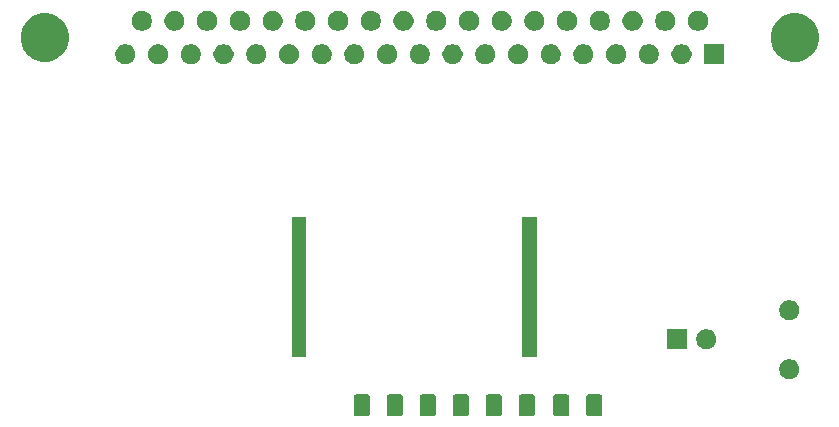
<source format=gbr>
G04 #@! TF.GenerationSoftware,KiCad,Pcbnew,5.1.5-52549c5~84~ubuntu18.04.1*
G04 #@! TF.CreationDate,2020-04-22T17:59:46-07:00*
G04 #@! TF.ProjectId,rom,726f6d2e-6b69-4636-9164-5f7063625858,rev?*
G04 #@! TF.SameCoordinates,Original*
G04 #@! TF.FileFunction,Soldermask,Top*
G04 #@! TF.FilePolarity,Negative*
%FSLAX46Y46*%
G04 Gerber Fmt 4.6, Leading zero omitted, Abs format (unit mm)*
G04 Created by KiCad (PCBNEW 5.1.5-52549c5~84~ubuntu18.04.1) date 2020-04-22 17:59:46*
%MOMM*%
%LPD*%
G04 APERTURE LIST*
%ADD10C,0.100000*%
G04 APERTURE END LIST*
D10*
G36*
X170066604Y-75786347D02*
G01*
X170103144Y-75797432D01*
X170136821Y-75815433D01*
X170166341Y-75839659D01*
X170190567Y-75869179D01*
X170208568Y-75902856D01*
X170219653Y-75939396D01*
X170224000Y-75983538D01*
X170224000Y-77432462D01*
X170219653Y-77476604D01*
X170208568Y-77513144D01*
X170190567Y-77546821D01*
X170166341Y-77576341D01*
X170136821Y-77600567D01*
X170103144Y-77618568D01*
X170066604Y-77629653D01*
X170022462Y-77634000D01*
X169073538Y-77634000D01*
X169029396Y-77629653D01*
X168992856Y-77618568D01*
X168959179Y-77600567D01*
X168929659Y-77576341D01*
X168905433Y-77546821D01*
X168887432Y-77513144D01*
X168876347Y-77476604D01*
X168872000Y-77432462D01*
X168872000Y-75983538D01*
X168876347Y-75939396D01*
X168887432Y-75902856D01*
X168905433Y-75869179D01*
X168929659Y-75839659D01*
X168959179Y-75815433D01*
X168992856Y-75797432D01*
X169029396Y-75786347D01*
X169073538Y-75782000D01*
X170022462Y-75782000D01*
X170066604Y-75786347D01*
G37*
G36*
X167266604Y-75786347D02*
G01*
X167303144Y-75797432D01*
X167336821Y-75815433D01*
X167366341Y-75839659D01*
X167390567Y-75869179D01*
X167408568Y-75902856D01*
X167419653Y-75939396D01*
X167424000Y-75983538D01*
X167424000Y-77432462D01*
X167419653Y-77476604D01*
X167408568Y-77513144D01*
X167390567Y-77546821D01*
X167366341Y-77576341D01*
X167336821Y-77600567D01*
X167303144Y-77618568D01*
X167266604Y-77629653D01*
X167222462Y-77634000D01*
X166273538Y-77634000D01*
X166229396Y-77629653D01*
X166192856Y-77618568D01*
X166159179Y-77600567D01*
X166129659Y-77576341D01*
X166105433Y-77546821D01*
X166087432Y-77513144D01*
X166076347Y-77476604D01*
X166072000Y-77432462D01*
X166072000Y-75983538D01*
X166076347Y-75939396D01*
X166087432Y-75902856D01*
X166105433Y-75869179D01*
X166129659Y-75839659D01*
X166159179Y-75815433D01*
X166192856Y-75797432D01*
X166229396Y-75786347D01*
X166273538Y-75782000D01*
X167222462Y-75782000D01*
X167266604Y-75786347D01*
G37*
G36*
X175778604Y-75786347D02*
G01*
X175815144Y-75797432D01*
X175848821Y-75815433D01*
X175878341Y-75839659D01*
X175902567Y-75869179D01*
X175920568Y-75902856D01*
X175931653Y-75939396D01*
X175936000Y-75983538D01*
X175936000Y-77432462D01*
X175931653Y-77476604D01*
X175920568Y-77513144D01*
X175902567Y-77546821D01*
X175878341Y-77576341D01*
X175848821Y-77600567D01*
X175815144Y-77618568D01*
X175778604Y-77629653D01*
X175734462Y-77634000D01*
X174785538Y-77634000D01*
X174741396Y-77629653D01*
X174704856Y-77618568D01*
X174671179Y-77600567D01*
X174641659Y-77576341D01*
X174617433Y-77546821D01*
X174599432Y-77513144D01*
X174588347Y-77476604D01*
X174584000Y-77432462D01*
X174584000Y-75983538D01*
X174588347Y-75939396D01*
X174599432Y-75902856D01*
X174617433Y-75869179D01*
X174641659Y-75839659D01*
X174671179Y-75815433D01*
X174704856Y-75797432D01*
X174741396Y-75786347D01*
X174785538Y-75782000D01*
X175734462Y-75782000D01*
X175778604Y-75786347D01*
G37*
G36*
X164478604Y-75786347D02*
G01*
X164515144Y-75797432D01*
X164548821Y-75815433D01*
X164578341Y-75839659D01*
X164602567Y-75869179D01*
X164620568Y-75902856D01*
X164631653Y-75939396D01*
X164636000Y-75983538D01*
X164636000Y-77432462D01*
X164631653Y-77476604D01*
X164620568Y-77513144D01*
X164602567Y-77546821D01*
X164578341Y-77576341D01*
X164548821Y-77600567D01*
X164515144Y-77618568D01*
X164478604Y-77629653D01*
X164434462Y-77634000D01*
X163485538Y-77634000D01*
X163441396Y-77629653D01*
X163404856Y-77618568D01*
X163371179Y-77600567D01*
X163341659Y-77576341D01*
X163317433Y-77546821D01*
X163299432Y-77513144D01*
X163288347Y-77476604D01*
X163284000Y-77432462D01*
X163284000Y-75983538D01*
X163288347Y-75939396D01*
X163299432Y-75902856D01*
X163317433Y-75869179D01*
X163341659Y-75839659D01*
X163371179Y-75815433D01*
X163404856Y-75797432D01*
X163441396Y-75786347D01*
X163485538Y-75782000D01*
X164434462Y-75782000D01*
X164478604Y-75786347D01*
G37*
G36*
X161678604Y-75786347D02*
G01*
X161715144Y-75797432D01*
X161748821Y-75815433D01*
X161778341Y-75839659D01*
X161802567Y-75869179D01*
X161820568Y-75902856D01*
X161831653Y-75939396D01*
X161836000Y-75983538D01*
X161836000Y-77432462D01*
X161831653Y-77476604D01*
X161820568Y-77513144D01*
X161802567Y-77546821D01*
X161778341Y-77576341D01*
X161748821Y-77600567D01*
X161715144Y-77618568D01*
X161678604Y-77629653D01*
X161634462Y-77634000D01*
X160685538Y-77634000D01*
X160641396Y-77629653D01*
X160604856Y-77618568D01*
X160571179Y-77600567D01*
X160541659Y-77576341D01*
X160517433Y-77546821D01*
X160499432Y-77513144D01*
X160488347Y-77476604D01*
X160484000Y-77432462D01*
X160484000Y-75983538D01*
X160488347Y-75939396D01*
X160499432Y-75902856D01*
X160517433Y-75869179D01*
X160541659Y-75839659D01*
X160571179Y-75815433D01*
X160604856Y-75797432D01*
X160641396Y-75786347D01*
X160685538Y-75782000D01*
X161634462Y-75782000D01*
X161678604Y-75786347D01*
G37*
G36*
X158890604Y-75786347D02*
G01*
X158927144Y-75797432D01*
X158960821Y-75815433D01*
X158990341Y-75839659D01*
X159014567Y-75869179D01*
X159032568Y-75902856D01*
X159043653Y-75939396D01*
X159048000Y-75983538D01*
X159048000Y-77432462D01*
X159043653Y-77476604D01*
X159032568Y-77513144D01*
X159014567Y-77546821D01*
X158990341Y-77576341D01*
X158960821Y-77600567D01*
X158927144Y-77618568D01*
X158890604Y-77629653D01*
X158846462Y-77634000D01*
X157897538Y-77634000D01*
X157853396Y-77629653D01*
X157816856Y-77618568D01*
X157783179Y-77600567D01*
X157753659Y-77576341D01*
X157729433Y-77546821D01*
X157711432Y-77513144D01*
X157700347Y-77476604D01*
X157696000Y-77432462D01*
X157696000Y-75983538D01*
X157700347Y-75939396D01*
X157711432Y-75902856D01*
X157729433Y-75869179D01*
X157753659Y-75839659D01*
X157783179Y-75815433D01*
X157816856Y-75797432D01*
X157853396Y-75786347D01*
X157897538Y-75782000D01*
X158846462Y-75782000D01*
X158890604Y-75786347D01*
G37*
G36*
X156090604Y-75786347D02*
G01*
X156127144Y-75797432D01*
X156160821Y-75815433D01*
X156190341Y-75839659D01*
X156214567Y-75869179D01*
X156232568Y-75902856D01*
X156243653Y-75939396D01*
X156248000Y-75983538D01*
X156248000Y-77432462D01*
X156243653Y-77476604D01*
X156232568Y-77513144D01*
X156214567Y-77546821D01*
X156190341Y-77576341D01*
X156160821Y-77600567D01*
X156127144Y-77618568D01*
X156090604Y-77629653D01*
X156046462Y-77634000D01*
X155097538Y-77634000D01*
X155053396Y-77629653D01*
X155016856Y-77618568D01*
X154983179Y-77600567D01*
X154953659Y-77576341D01*
X154929433Y-77546821D01*
X154911432Y-77513144D01*
X154900347Y-77476604D01*
X154896000Y-77432462D01*
X154896000Y-75983538D01*
X154900347Y-75939396D01*
X154911432Y-75902856D01*
X154929433Y-75869179D01*
X154953659Y-75839659D01*
X154983179Y-75815433D01*
X155016856Y-75797432D01*
X155053396Y-75786347D01*
X155097538Y-75782000D01*
X156046462Y-75782000D01*
X156090604Y-75786347D01*
G37*
G36*
X172978604Y-75786347D02*
G01*
X173015144Y-75797432D01*
X173048821Y-75815433D01*
X173078341Y-75839659D01*
X173102567Y-75869179D01*
X173120568Y-75902856D01*
X173131653Y-75939396D01*
X173136000Y-75983538D01*
X173136000Y-77432462D01*
X173131653Y-77476604D01*
X173120568Y-77513144D01*
X173102567Y-77546821D01*
X173078341Y-77576341D01*
X173048821Y-77600567D01*
X173015144Y-77618568D01*
X172978604Y-77629653D01*
X172934462Y-77634000D01*
X171985538Y-77634000D01*
X171941396Y-77629653D01*
X171904856Y-77618568D01*
X171871179Y-77600567D01*
X171841659Y-77576341D01*
X171817433Y-77546821D01*
X171799432Y-77513144D01*
X171788347Y-77476604D01*
X171784000Y-77432462D01*
X171784000Y-75983538D01*
X171788347Y-75939396D01*
X171799432Y-75902856D01*
X171817433Y-75869179D01*
X171841659Y-75839659D01*
X171871179Y-75815433D01*
X171904856Y-75797432D01*
X171941396Y-75786347D01*
X171985538Y-75782000D01*
X172934462Y-75782000D01*
X172978604Y-75786347D01*
G37*
G36*
X192018228Y-72841703D02*
G01*
X192173100Y-72905853D01*
X192312481Y-72998985D01*
X192431015Y-73117519D01*
X192524147Y-73256900D01*
X192588297Y-73411772D01*
X192621000Y-73576184D01*
X192621000Y-73743816D01*
X192588297Y-73908228D01*
X192524147Y-74063100D01*
X192431015Y-74202481D01*
X192312481Y-74321015D01*
X192173100Y-74414147D01*
X192018228Y-74478297D01*
X191853816Y-74511000D01*
X191686184Y-74511000D01*
X191521772Y-74478297D01*
X191366900Y-74414147D01*
X191227519Y-74321015D01*
X191108985Y-74202481D01*
X191015853Y-74063100D01*
X190951703Y-73908228D01*
X190919000Y-73743816D01*
X190919000Y-73576184D01*
X190951703Y-73411772D01*
X191015853Y-73256900D01*
X191108985Y-73117519D01*
X191227519Y-72998985D01*
X191366900Y-72905853D01*
X191521772Y-72841703D01*
X191686184Y-72809000D01*
X191853816Y-72809000D01*
X192018228Y-72841703D01*
G37*
G36*
X150871000Y-72601000D02*
G01*
X149669000Y-72601000D01*
X149669000Y-60749000D01*
X150871000Y-60749000D01*
X150871000Y-72601000D01*
G37*
G36*
X170371000Y-72601000D02*
G01*
X169169000Y-72601000D01*
X169169000Y-60749000D01*
X170371000Y-60749000D01*
X170371000Y-72601000D01*
G37*
G36*
X184993228Y-70301703D02*
G01*
X185148100Y-70365853D01*
X185287481Y-70458985D01*
X185406015Y-70577519D01*
X185499147Y-70716900D01*
X185563297Y-70871772D01*
X185596000Y-71036184D01*
X185596000Y-71203816D01*
X185563297Y-71368228D01*
X185499147Y-71523100D01*
X185406015Y-71662481D01*
X185287481Y-71781015D01*
X185148100Y-71874147D01*
X184993228Y-71938297D01*
X184828816Y-71971000D01*
X184661184Y-71971000D01*
X184496772Y-71938297D01*
X184341900Y-71874147D01*
X184202519Y-71781015D01*
X184083985Y-71662481D01*
X183990853Y-71523100D01*
X183926703Y-71368228D01*
X183894000Y-71203816D01*
X183894000Y-71036184D01*
X183926703Y-70871772D01*
X183990853Y-70716900D01*
X184083985Y-70577519D01*
X184202519Y-70458985D01*
X184341900Y-70365853D01*
X184496772Y-70301703D01*
X184661184Y-70269000D01*
X184828816Y-70269000D01*
X184993228Y-70301703D01*
G37*
G36*
X183096000Y-71971000D02*
G01*
X181394000Y-71971000D01*
X181394000Y-70269000D01*
X183096000Y-70269000D01*
X183096000Y-71971000D01*
G37*
G36*
X192018228Y-67841703D02*
G01*
X192173100Y-67905853D01*
X192312481Y-67998985D01*
X192431015Y-68117519D01*
X192524147Y-68256900D01*
X192588297Y-68411772D01*
X192621000Y-68576184D01*
X192621000Y-68743816D01*
X192588297Y-68908228D01*
X192524147Y-69063100D01*
X192431015Y-69202481D01*
X192312481Y-69321015D01*
X192173100Y-69414147D01*
X192018228Y-69478297D01*
X191853816Y-69511000D01*
X191686184Y-69511000D01*
X191521772Y-69478297D01*
X191366900Y-69414147D01*
X191227519Y-69321015D01*
X191108985Y-69202481D01*
X191015853Y-69063100D01*
X190951703Y-68908228D01*
X190919000Y-68743816D01*
X190919000Y-68576184D01*
X190951703Y-68411772D01*
X191015853Y-68256900D01*
X191108985Y-68117519D01*
X191227519Y-67998985D01*
X191366900Y-67905853D01*
X191521772Y-67841703D01*
X191686184Y-67809000D01*
X191853816Y-67809000D01*
X192018228Y-67841703D01*
G37*
G36*
X152428228Y-46171703D02*
G01*
X152583100Y-46235853D01*
X152722481Y-46328985D01*
X152841015Y-46447519D01*
X152934147Y-46586900D01*
X152998297Y-46741772D01*
X153031000Y-46906184D01*
X153031000Y-47073816D01*
X152998297Y-47238228D01*
X152934147Y-47393100D01*
X152841015Y-47532481D01*
X152722481Y-47651015D01*
X152583100Y-47744147D01*
X152428228Y-47808297D01*
X152263816Y-47841000D01*
X152096184Y-47841000D01*
X151931772Y-47808297D01*
X151776900Y-47744147D01*
X151637519Y-47651015D01*
X151518985Y-47532481D01*
X151425853Y-47393100D01*
X151361703Y-47238228D01*
X151329000Y-47073816D01*
X151329000Y-46906184D01*
X151361703Y-46741772D01*
X151425853Y-46586900D01*
X151518985Y-46447519D01*
X151637519Y-46328985D01*
X151776900Y-46235853D01*
X151931772Y-46171703D01*
X152096184Y-46139000D01*
X152263816Y-46139000D01*
X152428228Y-46171703D01*
G37*
G36*
X135808228Y-46171703D02*
G01*
X135963100Y-46235853D01*
X136102481Y-46328985D01*
X136221015Y-46447519D01*
X136314147Y-46586900D01*
X136378297Y-46741772D01*
X136411000Y-46906184D01*
X136411000Y-47073816D01*
X136378297Y-47238228D01*
X136314147Y-47393100D01*
X136221015Y-47532481D01*
X136102481Y-47651015D01*
X135963100Y-47744147D01*
X135808228Y-47808297D01*
X135643816Y-47841000D01*
X135476184Y-47841000D01*
X135311772Y-47808297D01*
X135156900Y-47744147D01*
X135017519Y-47651015D01*
X134898985Y-47532481D01*
X134805853Y-47393100D01*
X134741703Y-47238228D01*
X134709000Y-47073816D01*
X134709000Y-46906184D01*
X134741703Y-46741772D01*
X134805853Y-46586900D01*
X134898985Y-46447519D01*
X135017519Y-46328985D01*
X135156900Y-46235853D01*
X135311772Y-46171703D01*
X135476184Y-46139000D01*
X135643816Y-46139000D01*
X135808228Y-46171703D01*
G37*
G36*
X138578228Y-46171703D02*
G01*
X138733100Y-46235853D01*
X138872481Y-46328985D01*
X138991015Y-46447519D01*
X139084147Y-46586900D01*
X139148297Y-46741772D01*
X139181000Y-46906184D01*
X139181000Y-47073816D01*
X139148297Y-47238228D01*
X139084147Y-47393100D01*
X138991015Y-47532481D01*
X138872481Y-47651015D01*
X138733100Y-47744147D01*
X138578228Y-47808297D01*
X138413816Y-47841000D01*
X138246184Y-47841000D01*
X138081772Y-47808297D01*
X137926900Y-47744147D01*
X137787519Y-47651015D01*
X137668985Y-47532481D01*
X137575853Y-47393100D01*
X137511703Y-47238228D01*
X137479000Y-47073816D01*
X137479000Y-46906184D01*
X137511703Y-46741772D01*
X137575853Y-46586900D01*
X137668985Y-46447519D01*
X137787519Y-46328985D01*
X137926900Y-46235853D01*
X138081772Y-46171703D01*
X138246184Y-46139000D01*
X138413816Y-46139000D01*
X138578228Y-46171703D01*
G37*
G36*
X141348228Y-46171703D02*
G01*
X141503100Y-46235853D01*
X141642481Y-46328985D01*
X141761015Y-46447519D01*
X141854147Y-46586900D01*
X141918297Y-46741772D01*
X141951000Y-46906184D01*
X141951000Y-47073816D01*
X141918297Y-47238228D01*
X141854147Y-47393100D01*
X141761015Y-47532481D01*
X141642481Y-47651015D01*
X141503100Y-47744147D01*
X141348228Y-47808297D01*
X141183816Y-47841000D01*
X141016184Y-47841000D01*
X140851772Y-47808297D01*
X140696900Y-47744147D01*
X140557519Y-47651015D01*
X140438985Y-47532481D01*
X140345853Y-47393100D01*
X140281703Y-47238228D01*
X140249000Y-47073816D01*
X140249000Y-46906184D01*
X140281703Y-46741772D01*
X140345853Y-46586900D01*
X140438985Y-46447519D01*
X140557519Y-46328985D01*
X140696900Y-46235853D01*
X140851772Y-46171703D01*
X141016184Y-46139000D01*
X141183816Y-46139000D01*
X141348228Y-46171703D01*
G37*
G36*
X144118228Y-46171703D02*
G01*
X144273100Y-46235853D01*
X144412481Y-46328985D01*
X144531015Y-46447519D01*
X144624147Y-46586900D01*
X144688297Y-46741772D01*
X144721000Y-46906184D01*
X144721000Y-47073816D01*
X144688297Y-47238228D01*
X144624147Y-47393100D01*
X144531015Y-47532481D01*
X144412481Y-47651015D01*
X144273100Y-47744147D01*
X144118228Y-47808297D01*
X143953816Y-47841000D01*
X143786184Y-47841000D01*
X143621772Y-47808297D01*
X143466900Y-47744147D01*
X143327519Y-47651015D01*
X143208985Y-47532481D01*
X143115853Y-47393100D01*
X143051703Y-47238228D01*
X143019000Y-47073816D01*
X143019000Y-46906184D01*
X143051703Y-46741772D01*
X143115853Y-46586900D01*
X143208985Y-46447519D01*
X143327519Y-46328985D01*
X143466900Y-46235853D01*
X143621772Y-46171703D01*
X143786184Y-46139000D01*
X143953816Y-46139000D01*
X144118228Y-46171703D01*
G37*
G36*
X146888228Y-46171703D02*
G01*
X147043100Y-46235853D01*
X147182481Y-46328985D01*
X147301015Y-46447519D01*
X147394147Y-46586900D01*
X147458297Y-46741772D01*
X147491000Y-46906184D01*
X147491000Y-47073816D01*
X147458297Y-47238228D01*
X147394147Y-47393100D01*
X147301015Y-47532481D01*
X147182481Y-47651015D01*
X147043100Y-47744147D01*
X146888228Y-47808297D01*
X146723816Y-47841000D01*
X146556184Y-47841000D01*
X146391772Y-47808297D01*
X146236900Y-47744147D01*
X146097519Y-47651015D01*
X145978985Y-47532481D01*
X145885853Y-47393100D01*
X145821703Y-47238228D01*
X145789000Y-47073816D01*
X145789000Y-46906184D01*
X145821703Y-46741772D01*
X145885853Y-46586900D01*
X145978985Y-46447519D01*
X146097519Y-46328985D01*
X146236900Y-46235853D01*
X146391772Y-46171703D01*
X146556184Y-46139000D01*
X146723816Y-46139000D01*
X146888228Y-46171703D01*
G37*
G36*
X149658228Y-46171703D02*
G01*
X149813100Y-46235853D01*
X149952481Y-46328985D01*
X150071015Y-46447519D01*
X150164147Y-46586900D01*
X150228297Y-46741772D01*
X150261000Y-46906184D01*
X150261000Y-47073816D01*
X150228297Y-47238228D01*
X150164147Y-47393100D01*
X150071015Y-47532481D01*
X149952481Y-47651015D01*
X149813100Y-47744147D01*
X149658228Y-47808297D01*
X149493816Y-47841000D01*
X149326184Y-47841000D01*
X149161772Y-47808297D01*
X149006900Y-47744147D01*
X148867519Y-47651015D01*
X148748985Y-47532481D01*
X148655853Y-47393100D01*
X148591703Y-47238228D01*
X148559000Y-47073816D01*
X148559000Y-46906184D01*
X148591703Y-46741772D01*
X148655853Y-46586900D01*
X148748985Y-46447519D01*
X148867519Y-46328985D01*
X149006900Y-46235853D01*
X149161772Y-46171703D01*
X149326184Y-46139000D01*
X149493816Y-46139000D01*
X149658228Y-46171703D01*
G37*
G36*
X171818228Y-46171703D02*
G01*
X171973100Y-46235853D01*
X172112481Y-46328985D01*
X172231015Y-46447519D01*
X172324147Y-46586900D01*
X172388297Y-46741772D01*
X172421000Y-46906184D01*
X172421000Y-47073816D01*
X172388297Y-47238228D01*
X172324147Y-47393100D01*
X172231015Y-47532481D01*
X172112481Y-47651015D01*
X171973100Y-47744147D01*
X171818228Y-47808297D01*
X171653816Y-47841000D01*
X171486184Y-47841000D01*
X171321772Y-47808297D01*
X171166900Y-47744147D01*
X171027519Y-47651015D01*
X170908985Y-47532481D01*
X170815853Y-47393100D01*
X170751703Y-47238228D01*
X170719000Y-47073816D01*
X170719000Y-46906184D01*
X170751703Y-46741772D01*
X170815853Y-46586900D01*
X170908985Y-46447519D01*
X171027519Y-46328985D01*
X171166900Y-46235853D01*
X171321772Y-46171703D01*
X171486184Y-46139000D01*
X171653816Y-46139000D01*
X171818228Y-46171703D01*
G37*
G36*
X174588228Y-46171703D02*
G01*
X174743100Y-46235853D01*
X174882481Y-46328985D01*
X175001015Y-46447519D01*
X175094147Y-46586900D01*
X175158297Y-46741772D01*
X175191000Y-46906184D01*
X175191000Y-47073816D01*
X175158297Y-47238228D01*
X175094147Y-47393100D01*
X175001015Y-47532481D01*
X174882481Y-47651015D01*
X174743100Y-47744147D01*
X174588228Y-47808297D01*
X174423816Y-47841000D01*
X174256184Y-47841000D01*
X174091772Y-47808297D01*
X173936900Y-47744147D01*
X173797519Y-47651015D01*
X173678985Y-47532481D01*
X173585853Y-47393100D01*
X173521703Y-47238228D01*
X173489000Y-47073816D01*
X173489000Y-46906184D01*
X173521703Y-46741772D01*
X173585853Y-46586900D01*
X173678985Y-46447519D01*
X173797519Y-46328985D01*
X173936900Y-46235853D01*
X174091772Y-46171703D01*
X174256184Y-46139000D01*
X174423816Y-46139000D01*
X174588228Y-46171703D01*
G37*
G36*
X180128228Y-46171703D02*
G01*
X180283100Y-46235853D01*
X180422481Y-46328985D01*
X180541015Y-46447519D01*
X180634147Y-46586900D01*
X180698297Y-46741772D01*
X180731000Y-46906184D01*
X180731000Y-47073816D01*
X180698297Y-47238228D01*
X180634147Y-47393100D01*
X180541015Y-47532481D01*
X180422481Y-47651015D01*
X180283100Y-47744147D01*
X180128228Y-47808297D01*
X179963816Y-47841000D01*
X179796184Y-47841000D01*
X179631772Y-47808297D01*
X179476900Y-47744147D01*
X179337519Y-47651015D01*
X179218985Y-47532481D01*
X179125853Y-47393100D01*
X179061703Y-47238228D01*
X179029000Y-47073816D01*
X179029000Y-46906184D01*
X179061703Y-46741772D01*
X179125853Y-46586900D01*
X179218985Y-46447519D01*
X179337519Y-46328985D01*
X179476900Y-46235853D01*
X179631772Y-46171703D01*
X179796184Y-46139000D01*
X179963816Y-46139000D01*
X180128228Y-46171703D01*
G37*
G36*
X169048228Y-46171703D02*
G01*
X169203100Y-46235853D01*
X169342481Y-46328985D01*
X169461015Y-46447519D01*
X169554147Y-46586900D01*
X169618297Y-46741772D01*
X169651000Y-46906184D01*
X169651000Y-47073816D01*
X169618297Y-47238228D01*
X169554147Y-47393100D01*
X169461015Y-47532481D01*
X169342481Y-47651015D01*
X169203100Y-47744147D01*
X169048228Y-47808297D01*
X168883816Y-47841000D01*
X168716184Y-47841000D01*
X168551772Y-47808297D01*
X168396900Y-47744147D01*
X168257519Y-47651015D01*
X168138985Y-47532481D01*
X168045853Y-47393100D01*
X167981703Y-47238228D01*
X167949000Y-47073816D01*
X167949000Y-46906184D01*
X167981703Y-46741772D01*
X168045853Y-46586900D01*
X168138985Y-46447519D01*
X168257519Y-46328985D01*
X168396900Y-46235853D01*
X168551772Y-46171703D01*
X168716184Y-46139000D01*
X168883816Y-46139000D01*
X169048228Y-46171703D01*
G37*
G36*
X166278228Y-46171703D02*
G01*
X166433100Y-46235853D01*
X166572481Y-46328985D01*
X166691015Y-46447519D01*
X166784147Y-46586900D01*
X166848297Y-46741772D01*
X166881000Y-46906184D01*
X166881000Y-47073816D01*
X166848297Y-47238228D01*
X166784147Y-47393100D01*
X166691015Y-47532481D01*
X166572481Y-47651015D01*
X166433100Y-47744147D01*
X166278228Y-47808297D01*
X166113816Y-47841000D01*
X165946184Y-47841000D01*
X165781772Y-47808297D01*
X165626900Y-47744147D01*
X165487519Y-47651015D01*
X165368985Y-47532481D01*
X165275853Y-47393100D01*
X165211703Y-47238228D01*
X165179000Y-47073816D01*
X165179000Y-46906184D01*
X165211703Y-46741772D01*
X165275853Y-46586900D01*
X165368985Y-46447519D01*
X165487519Y-46328985D01*
X165626900Y-46235853D01*
X165781772Y-46171703D01*
X165946184Y-46139000D01*
X166113816Y-46139000D01*
X166278228Y-46171703D01*
G37*
G36*
X163508228Y-46171703D02*
G01*
X163663100Y-46235853D01*
X163802481Y-46328985D01*
X163921015Y-46447519D01*
X164014147Y-46586900D01*
X164078297Y-46741772D01*
X164111000Y-46906184D01*
X164111000Y-47073816D01*
X164078297Y-47238228D01*
X164014147Y-47393100D01*
X163921015Y-47532481D01*
X163802481Y-47651015D01*
X163663100Y-47744147D01*
X163508228Y-47808297D01*
X163343816Y-47841000D01*
X163176184Y-47841000D01*
X163011772Y-47808297D01*
X162856900Y-47744147D01*
X162717519Y-47651015D01*
X162598985Y-47532481D01*
X162505853Y-47393100D01*
X162441703Y-47238228D01*
X162409000Y-47073816D01*
X162409000Y-46906184D01*
X162441703Y-46741772D01*
X162505853Y-46586900D01*
X162598985Y-46447519D01*
X162717519Y-46328985D01*
X162856900Y-46235853D01*
X163011772Y-46171703D01*
X163176184Y-46139000D01*
X163343816Y-46139000D01*
X163508228Y-46171703D01*
G37*
G36*
X160738228Y-46171703D02*
G01*
X160893100Y-46235853D01*
X161032481Y-46328985D01*
X161151015Y-46447519D01*
X161244147Y-46586900D01*
X161308297Y-46741772D01*
X161341000Y-46906184D01*
X161341000Y-47073816D01*
X161308297Y-47238228D01*
X161244147Y-47393100D01*
X161151015Y-47532481D01*
X161032481Y-47651015D01*
X160893100Y-47744147D01*
X160738228Y-47808297D01*
X160573816Y-47841000D01*
X160406184Y-47841000D01*
X160241772Y-47808297D01*
X160086900Y-47744147D01*
X159947519Y-47651015D01*
X159828985Y-47532481D01*
X159735853Y-47393100D01*
X159671703Y-47238228D01*
X159639000Y-47073816D01*
X159639000Y-46906184D01*
X159671703Y-46741772D01*
X159735853Y-46586900D01*
X159828985Y-46447519D01*
X159947519Y-46328985D01*
X160086900Y-46235853D01*
X160241772Y-46171703D01*
X160406184Y-46139000D01*
X160573816Y-46139000D01*
X160738228Y-46171703D01*
G37*
G36*
X157968228Y-46171703D02*
G01*
X158123100Y-46235853D01*
X158262481Y-46328985D01*
X158381015Y-46447519D01*
X158474147Y-46586900D01*
X158538297Y-46741772D01*
X158571000Y-46906184D01*
X158571000Y-47073816D01*
X158538297Y-47238228D01*
X158474147Y-47393100D01*
X158381015Y-47532481D01*
X158262481Y-47651015D01*
X158123100Y-47744147D01*
X157968228Y-47808297D01*
X157803816Y-47841000D01*
X157636184Y-47841000D01*
X157471772Y-47808297D01*
X157316900Y-47744147D01*
X157177519Y-47651015D01*
X157058985Y-47532481D01*
X156965853Y-47393100D01*
X156901703Y-47238228D01*
X156869000Y-47073816D01*
X156869000Y-46906184D01*
X156901703Y-46741772D01*
X156965853Y-46586900D01*
X157058985Y-46447519D01*
X157177519Y-46328985D01*
X157316900Y-46235853D01*
X157471772Y-46171703D01*
X157636184Y-46139000D01*
X157803816Y-46139000D01*
X157968228Y-46171703D01*
G37*
G36*
X155198228Y-46171703D02*
G01*
X155353100Y-46235853D01*
X155492481Y-46328985D01*
X155611015Y-46447519D01*
X155704147Y-46586900D01*
X155768297Y-46741772D01*
X155801000Y-46906184D01*
X155801000Y-47073816D01*
X155768297Y-47238228D01*
X155704147Y-47393100D01*
X155611015Y-47532481D01*
X155492481Y-47651015D01*
X155353100Y-47744147D01*
X155198228Y-47808297D01*
X155033816Y-47841000D01*
X154866184Y-47841000D01*
X154701772Y-47808297D01*
X154546900Y-47744147D01*
X154407519Y-47651015D01*
X154288985Y-47532481D01*
X154195853Y-47393100D01*
X154131703Y-47238228D01*
X154099000Y-47073816D01*
X154099000Y-46906184D01*
X154131703Y-46741772D01*
X154195853Y-46586900D01*
X154288985Y-46447519D01*
X154407519Y-46328985D01*
X154546900Y-46235853D01*
X154701772Y-46171703D01*
X154866184Y-46139000D01*
X155033816Y-46139000D01*
X155198228Y-46171703D01*
G37*
G36*
X186271000Y-47841000D02*
G01*
X184569000Y-47841000D01*
X184569000Y-46139000D01*
X186271000Y-46139000D01*
X186271000Y-47841000D01*
G37*
G36*
X182898228Y-46171703D02*
G01*
X183053100Y-46235853D01*
X183192481Y-46328985D01*
X183311015Y-46447519D01*
X183404147Y-46586900D01*
X183468297Y-46741772D01*
X183501000Y-46906184D01*
X183501000Y-47073816D01*
X183468297Y-47238228D01*
X183404147Y-47393100D01*
X183311015Y-47532481D01*
X183192481Y-47651015D01*
X183053100Y-47744147D01*
X182898228Y-47808297D01*
X182733816Y-47841000D01*
X182566184Y-47841000D01*
X182401772Y-47808297D01*
X182246900Y-47744147D01*
X182107519Y-47651015D01*
X181988985Y-47532481D01*
X181895853Y-47393100D01*
X181831703Y-47238228D01*
X181799000Y-47073816D01*
X181799000Y-46906184D01*
X181831703Y-46741772D01*
X181895853Y-46586900D01*
X181988985Y-46447519D01*
X182107519Y-46328985D01*
X182246900Y-46235853D01*
X182401772Y-46171703D01*
X182566184Y-46139000D01*
X182733816Y-46139000D01*
X182898228Y-46171703D01*
G37*
G36*
X177358228Y-46171703D02*
G01*
X177513100Y-46235853D01*
X177652481Y-46328985D01*
X177771015Y-46447519D01*
X177864147Y-46586900D01*
X177928297Y-46741772D01*
X177961000Y-46906184D01*
X177961000Y-47073816D01*
X177928297Y-47238228D01*
X177864147Y-47393100D01*
X177771015Y-47532481D01*
X177652481Y-47651015D01*
X177513100Y-47744147D01*
X177358228Y-47808297D01*
X177193816Y-47841000D01*
X177026184Y-47841000D01*
X176861772Y-47808297D01*
X176706900Y-47744147D01*
X176567519Y-47651015D01*
X176448985Y-47532481D01*
X176355853Y-47393100D01*
X176291703Y-47238228D01*
X176259000Y-47073816D01*
X176259000Y-46906184D01*
X176291703Y-46741772D01*
X176355853Y-46586900D01*
X176448985Y-46447519D01*
X176567519Y-46328985D01*
X176706900Y-46235853D01*
X176861772Y-46171703D01*
X177026184Y-46139000D01*
X177193816Y-46139000D01*
X177358228Y-46171703D01*
G37*
G36*
X192838254Y-43597818D02*
G01*
X193198170Y-43746900D01*
X193211513Y-43752427D01*
X193547436Y-43976884D01*
X193833116Y-44262564D01*
X193923765Y-44398229D01*
X194057574Y-44598489D01*
X194212182Y-44971746D01*
X194291000Y-45367993D01*
X194291000Y-45772007D01*
X194212182Y-46168254D01*
X194096506Y-46447520D01*
X194057573Y-46541513D01*
X193833116Y-46877436D01*
X193547436Y-47163116D01*
X193211513Y-47387573D01*
X193211512Y-47387574D01*
X193211511Y-47387574D01*
X192838254Y-47542182D01*
X192442007Y-47621000D01*
X192037993Y-47621000D01*
X191641746Y-47542182D01*
X191268489Y-47387574D01*
X191268488Y-47387574D01*
X191268487Y-47387573D01*
X190932564Y-47163116D01*
X190646884Y-46877436D01*
X190422427Y-46541513D01*
X190383494Y-46447520D01*
X190267818Y-46168254D01*
X190189000Y-45772007D01*
X190189000Y-45367993D01*
X190267818Y-44971746D01*
X190422426Y-44598489D01*
X190556236Y-44398229D01*
X190646884Y-44262564D01*
X190932564Y-43976884D01*
X191268487Y-43752427D01*
X191281830Y-43746900D01*
X191641746Y-43597818D01*
X192037993Y-43519000D01*
X192442007Y-43519000D01*
X192838254Y-43597818D01*
G37*
G36*
X129338254Y-43597818D02*
G01*
X129698170Y-43746900D01*
X129711513Y-43752427D01*
X130047436Y-43976884D01*
X130333116Y-44262564D01*
X130423765Y-44398229D01*
X130557574Y-44598489D01*
X130712182Y-44971746D01*
X130791000Y-45367993D01*
X130791000Y-45772007D01*
X130712182Y-46168254D01*
X130596506Y-46447520D01*
X130557573Y-46541513D01*
X130333116Y-46877436D01*
X130047436Y-47163116D01*
X129711513Y-47387573D01*
X129711512Y-47387574D01*
X129711511Y-47387574D01*
X129338254Y-47542182D01*
X128942007Y-47621000D01*
X128537993Y-47621000D01*
X128141746Y-47542182D01*
X127768489Y-47387574D01*
X127768488Y-47387574D01*
X127768487Y-47387573D01*
X127432564Y-47163116D01*
X127146884Y-46877436D01*
X126922427Y-46541513D01*
X126883494Y-46447520D01*
X126767818Y-46168254D01*
X126689000Y-45772007D01*
X126689000Y-45367993D01*
X126767818Y-44971746D01*
X126922426Y-44598489D01*
X127056236Y-44398229D01*
X127146884Y-44262564D01*
X127432564Y-43976884D01*
X127768487Y-43752427D01*
X127781830Y-43746900D01*
X128141746Y-43597818D01*
X128537993Y-43519000D01*
X128942007Y-43519000D01*
X129338254Y-43597818D01*
G37*
G36*
X137193228Y-43331703D02*
G01*
X137348100Y-43395853D01*
X137487481Y-43488985D01*
X137606015Y-43607519D01*
X137699147Y-43746900D01*
X137763297Y-43901772D01*
X137796000Y-44066184D01*
X137796000Y-44233816D01*
X137763297Y-44398228D01*
X137699147Y-44553100D01*
X137606015Y-44692481D01*
X137487481Y-44811015D01*
X137348100Y-44904147D01*
X137193228Y-44968297D01*
X137028816Y-45001000D01*
X136861184Y-45001000D01*
X136696772Y-44968297D01*
X136541900Y-44904147D01*
X136402519Y-44811015D01*
X136283985Y-44692481D01*
X136190853Y-44553100D01*
X136126703Y-44398228D01*
X136094000Y-44233816D01*
X136094000Y-44066184D01*
X136126703Y-43901772D01*
X136190853Y-43746900D01*
X136283985Y-43607519D01*
X136402519Y-43488985D01*
X136541900Y-43395853D01*
X136696772Y-43331703D01*
X136861184Y-43299000D01*
X137028816Y-43299000D01*
X137193228Y-43331703D01*
G37*
G36*
X139963228Y-43331703D02*
G01*
X140118100Y-43395853D01*
X140257481Y-43488985D01*
X140376015Y-43607519D01*
X140469147Y-43746900D01*
X140533297Y-43901772D01*
X140566000Y-44066184D01*
X140566000Y-44233816D01*
X140533297Y-44398228D01*
X140469147Y-44553100D01*
X140376015Y-44692481D01*
X140257481Y-44811015D01*
X140118100Y-44904147D01*
X139963228Y-44968297D01*
X139798816Y-45001000D01*
X139631184Y-45001000D01*
X139466772Y-44968297D01*
X139311900Y-44904147D01*
X139172519Y-44811015D01*
X139053985Y-44692481D01*
X138960853Y-44553100D01*
X138896703Y-44398228D01*
X138864000Y-44233816D01*
X138864000Y-44066184D01*
X138896703Y-43901772D01*
X138960853Y-43746900D01*
X139053985Y-43607519D01*
X139172519Y-43488985D01*
X139311900Y-43395853D01*
X139466772Y-43331703D01*
X139631184Y-43299000D01*
X139798816Y-43299000D01*
X139963228Y-43331703D01*
G37*
G36*
X142733228Y-43331703D02*
G01*
X142888100Y-43395853D01*
X143027481Y-43488985D01*
X143146015Y-43607519D01*
X143239147Y-43746900D01*
X143303297Y-43901772D01*
X143336000Y-44066184D01*
X143336000Y-44233816D01*
X143303297Y-44398228D01*
X143239147Y-44553100D01*
X143146015Y-44692481D01*
X143027481Y-44811015D01*
X142888100Y-44904147D01*
X142733228Y-44968297D01*
X142568816Y-45001000D01*
X142401184Y-45001000D01*
X142236772Y-44968297D01*
X142081900Y-44904147D01*
X141942519Y-44811015D01*
X141823985Y-44692481D01*
X141730853Y-44553100D01*
X141666703Y-44398228D01*
X141634000Y-44233816D01*
X141634000Y-44066184D01*
X141666703Y-43901772D01*
X141730853Y-43746900D01*
X141823985Y-43607519D01*
X141942519Y-43488985D01*
X142081900Y-43395853D01*
X142236772Y-43331703D01*
X142401184Y-43299000D01*
X142568816Y-43299000D01*
X142733228Y-43331703D01*
G37*
G36*
X145503228Y-43331703D02*
G01*
X145658100Y-43395853D01*
X145797481Y-43488985D01*
X145916015Y-43607519D01*
X146009147Y-43746900D01*
X146073297Y-43901772D01*
X146106000Y-44066184D01*
X146106000Y-44233816D01*
X146073297Y-44398228D01*
X146009147Y-44553100D01*
X145916015Y-44692481D01*
X145797481Y-44811015D01*
X145658100Y-44904147D01*
X145503228Y-44968297D01*
X145338816Y-45001000D01*
X145171184Y-45001000D01*
X145006772Y-44968297D01*
X144851900Y-44904147D01*
X144712519Y-44811015D01*
X144593985Y-44692481D01*
X144500853Y-44553100D01*
X144436703Y-44398228D01*
X144404000Y-44233816D01*
X144404000Y-44066184D01*
X144436703Y-43901772D01*
X144500853Y-43746900D01*
X144593985Y-43607519D01*
X144712519Y-43488985D01*
X144851900Y-43395853D01*
X145006772Y-43331703D01*
X145171184Y-43299000D01*
X145338816Y-43299000D01*
X145503228Y-43331703D01*
G37*
G36*
X151043228Y-43331703D02*
G01*
X151198100Y-43395853D01*
X151337481Y-43488985D01*
X151456015Y-43607519D01*
X151549147Y-43746900D01*
X151613297Y-43901772D01*
X151646000Y-44066184D01*
X151646000Y-44233816D01*
X151613297Y-44398228D01*
X151549147Y-44553100D01*
X151456015Y-44692481D01*
X151337481Y-44811015D01*
X151198100Y-44904147D01*
X151043228Y-44968297D01*
X150878816Y-45001000D01*
X150711184Y-45001000D01*
X150546772Y-44968297D01*
X150391900Y-44904147D01*
X150252519Y-44811015D01*
X150133985Y-44692481D01*
X150040853Y-44553100D01*
X149976703Y-44398228D01*
X149944000Y-44233816D01*
X149944000Y-44066184D01*
X149976703Y-43901772D01*
X150040853Y-43746900D01*
X150133985Y-43607519D01*
X150252519Y-43488985D01*
X150391900Y-43395853D01*
X150546772Y-43331703D01*
X150711184Y-43299000D01*
X150878816Y-43299000D01*
X151043228Y-43331703D01*
G37*
G36*
X184283228Y-43331703D02*
G01*
X184438100Y-43395853D01*
X184577481Y-43488985D01*
X184696015Y-43607519D01*
X184789147Y-43746900D01*
X184853297Y-43901772D01*
X184886000Y-44066184D01*
X184886000Y-44233816D01*
X184853297Y-44398228D01*
X184789147Y-44553100D01*
X184696015Y-44692481D01*
X184577481Y-44811015D01*
X184438100Y-44904147D01*
X184283228Y-44968297D01*
X184118816Y-45001000D01*
X183951184Y-45001000D01*
X183786772Y-44968297D01*
X183631900Y-44904147D01*
X183492519Y-44811015D01*
X183373985Y-44692481D01*
X183280853Y-44553100D01*
X183216703Y-44398228D01*
X183184000Y-44233816D01*
X183184000Y-44066184D01*
X183216703Y-43901772D01*
X183280853Y-43746900D01*
X183373985Y-43607519D01*
X183492519Y-43488985D01*
X183631900Y-43395853D01*
X183786772Y-43331703D01*
X183951184Y-43299000D01*
X184118816Y-43299000D01*
X184283228Y-43331703D01*
G37*
G36*
X181513228Y-43331703D02*
G01*
X181668100Y-43395853D01*
X181807481Y-43488985D01*
X181926015Y-43607519D01*
X182019147Y-43746900D01*
X182083297Y-43901772D01*
X182116000Y-44066184D01*
X182116000Y-44233816D01*
X182083297Y-44398228D01*
X182019147Y-44553100D01*
X181926015Y-44692481D01*
X181807481Y-44811015D01*
X181668100Y-44904147D01*
X181513228Y-44968297D01*
X181348816Y-45001000D01*
X181181184Y-45001000D01*
X181016772Y-44968297D01*
X180861900Y-44904147D01*
X180722519Y-44811015D01*
X180603985Y-44692481D01*
X180510853Y-44553100D01*
X180446703Y-44398228D01*
X180414000Y-44233816D01*
X180414000Y-44066184D01*
X180446703Y-43901772D01*
X180510853Y-43746900D01*
X180603985Y-43607519D01*
X180722519Y-43488985D01*
X180861900Y-43395853D01*
X181016772Y-43331703D01*
X181181184Y-43299000D01*
X181348816Y-43299000D01*
X181513228Y-43331703D01*
G37*
G36*
X178743228Y-43331703D02*
G01*
X178898100Y-43395853D01*
X179037481Y-43488985D01*
X179156015Y-43607519D01*
X179249147Y-43746900D01*
X179313297Y-43901772D01*
X179346000Y-44066184D01*
X179346000Y-44233816D01*
X179313297Y-44398228D01*
X179249147Y-44553100D01*
X179156015Y-44692481D01*
X179037481Y-44811015D01*
X178898100Y-44904147D01*
X178743228Y-44968297D01*
X178578816Y-45001000D01*
X178411184Y-45001000D01*
X178246772Y-44968297D01*
X178091900Y-44904147D01*
X177952519Y-44811015D01*
X177833985Y-44692481D01*
X177740853Y-44553100D01*
X177676703Y-44398228D01*
X177644000Y-44233816D01*
X177644000Y-44066184D01*
X177676703Y-43901772D01*
X177740853Y-43746900D01*
X177833985Y-43607519D01*
X177952519Y-43488985D01*
X178091900Y-43395853D01*
X178246772Y-43331703D01*
X178411184Y-43299000D01*
X178578816Y-43299000D01*
X178743228Y-43331703D01*
G37*
G36*
X175973228Y-43331703D02*
G01*
X176128100Y-43395853D01*
X176267481Y-43488985D01*
X176386015Y-43607519D01*
X176479147Y-43746900D01*
X176543297Y-43901772D01*
X176576000Y-44066184D01*
X176576000Y-44233816D01*
X176543297Y-44398228D01*
X176479147Y-44553100D01*
X176386015Y-44692481D01*
X176267481Y-44811015D01*
X176128100Y-44904147D01*
X175973228Y-44968297D01*
X175808816Y-45001000D01*
X175641184Y-45001000D01*
X175476772Y-44968297D01*
X175321900Y-44904147D01*
X175182519Y-44811015D01*
X175063985Y-44692481D01*
X174970853Y-44553100D01*
X174906703Y-44398228D01*
X174874000Y-44233816D01*
X174874000Y-44066184D01*
X174906703Y-43901772D01*
X174970853Y-43746900D01*
X175063985Y-43607519D01*
X175182519Y-43488985D01*
X175321900Y-43395853D01*
X175476772Y-43331703D01*
X175641184Y-43299000D01*
X175808816Y-43299000D01*
X175973228Y-43331703D01*
G37*
G36*
X173203228Y-43331703D02*
G01*
X173358100Y-43395853D01*
X173497481Y-43488985D01*
X173616015Y-43607519D01*
X173709147Y-43746900D01*
X173773297Y-43901772D01*
X173806000Y-44066184D01*
X173806000Y-44233816D01*
X173773297Y-44398228D01*
X173709147Y-44553100D01*
X173616015Y-44692481D01*
X173497481Y-44811015D01*
X173358100Y-44904147D01*
X173203228Y-44968297D01*
X173038816Y-45001000D01*
X172871184Y-45001000D01*
X172706772Y-44968297D01*
X172551900Y-44904147D01*
X172412519Y-44811015D01*
X172293985Y-44692481D01*
X172200853Y-44553100D01*
X172136703Y-44398228D01*
X172104000Y-44233816D01*
X172104000Y-44066184D01*
X172136703Y-43901772D01*
X172200853Y-43746900D01*
X172293985Y-43607519D01*
X172412519Y-43488985D01*
X172551900Y-43395853D01*
X172706772Y-43331703D01*
X172871184Y-43299000D01*
X173038816Y-43299000D01*
X173203228Y-43331703D01*
G37*
G36*
X170433228Y-43331703D02*
G01*
X170588100Y-43395853D01*
X170727481Y-43488985D01*
X170846015Y-43607519D01*
X170939147Y-43746900D01*
X171003297Y-43901772D01*
X171036000Y-44066184D01*
X171036000Y-44233816D01*
X171003297Y-44398228D01*
X170939147Y-44553100D01*
X170846015Y-44692481D01*
X170727481Y-44811015D01*
X170588100Y-44904147D01*
X170433228Y-44968297D01*
X170268816Y-45001000D01*
X170101184Y-45001000D01*
X169936772Y-44968297D01*
X169781900Y-44904147D01*
X169642519Y-44811015D01*
X169523985Y-44692481D01*
X169430853Y-44553100D01*
X169366703Y-44398228D01*
X169334000Y-44233816D01*
X169334000Y-44066184D01*
X169366703Y-43901772D01*
X169430853Y-43746900D01*
X169523985Y-43607519D01*
X169642519Y-43488985D01*
X169781900Y-43395853D01*
X169936772Y-43331703D01*
X170101184Y-43299000D01*
X170268816Y-43299000D01*
X170433228Y-43331703D01*
G37*
G36*
X167663228Y-43331703D02*
G01*
X167818100Y-43395853D01*
X167957481Y-43488985D01*
X168076015Y-43607519D01*
X168169147Y-43746900D01*
X168233297Y-43901772D01*
X168266000Y-44066184D01*
X168266000Y-44233816D01*
X168233297Y-44398228D01*
X168169147Y-44553100D01*
X168076015Y-44692481D01*
X167957481Y-44811015D01*
X167818100Y-44904147D01*
X167663228Y-44968297D01*
X167498816Y-45001000D01*
X167331184Y-45001000D01*
X167166772Y-44968297D01*
X167011900Y-44904147D01*
X166872519Y-44811015D01*
X166753985Y-44692481D01*
X166660853Y-44553100D01*
X166596703Y-44398228D01*
X166564000Y-44233816D01*
X166564000Y-44066184D01*
X166596703Y-43901772D01*
X166660853Y-43746900D01*
X166753985Y-43607519D01*
X166872519Y-43488985D01*
X167011900Y-43395853D01*
X167166772Y-43331703D01*
X167331184Y-43299000D01*
X167498816Y-43299000D01*
X167663228Y-43331703D01*
G37*
G36*
X164893228Y-43331703D02*
G01*
X165048100Y-43395853D01*
X165187481Y-43488985D01*
X165306015Y-43607519D01*
X165399147Y-43746900D01*
X165463297Y-43901772D01*
X165496000Y-44066184D01*
X165496000Y-44233816D01*
X165463297Y-44398228D01*
X165399147Y-44553100D01*
X165306015Y-44692481D01*
X165187481Y-44811015D01*
X165048100Y-44904147D01*
X164893228Y-44968297D01*
X164728816Y-45001000D01*
X164561184Y-45001000D01*
X164396772Y-44968297D01*
X164241900Y-44904147D01*
X164102519Y-44811015D01*
X163983985Y-44692481D01*
X163890853Y-44553100D01*
X163826703Y-44398228D01*
X163794000Y-44233816D01*
X163794000Y-44066184D01*
X163826703Y-43901772D01*
X163890853Y-43746900D01*
X163983985Y-43607519D01*
X164102519Y-43488985D01*
X164241900Y-43395853D01*
X164396772Y-43331703D01*
X164561184Y-43299000D01*
X164728816Y-43299000D01*
X164893228Y-43331703D01*
G37*
G36*
X162123228Y-43331703D02*
G01*
X162278100Y-43395853D01*
X162417481Y-43488985D01*
X162536015Y-43607519D01*
X162629147Y-43746900D01*
X162693297Y-43901772D01*
X162726000Y-44066184D01*
X162726000Y-44233816D01*
X162693297Y-44398228D01*
X162629147Y-44553100D01*
X162536015Y-44692481D01*
X162417481Y-44811015D01*
X162278100Y-44904147D01*
X162123228Y-44968297D01*
X161958816Y-45001000D01*
X161791184Y-45001000D01*
X161626772Y-44968297D01*
X161471900Y-44904147D01*
X161332519Y-44811015D01*
X161213985Y-44692481D01*
X161120853Y-44553100D01*
X161056703Y-44398228D01*
X161024000Y-44233816D01*
X161024000Y-44066184D01*
X161056703Y-43901772D01*
X161120853Y-43746900D01*
X161213985Y-43607519D01*
X161332519Y-43488985D01*
X161471900Y-43395853D01*
X161626772Y-43331703D01*
X161791184Y-43299000D01*
X161958816Y-43299000D01*
X162123228Y-43331703D01*
G37*
G36*
X159353228Y-43331703D02*
G01*
X159508100Y-43395853D01*
X159647481Y-43488985D01*
X159766015Y-43607519D01*
X159859147Y-43746900D01*
X159923297Y-43901772D01*
X159956000Y-44066184D01*
X159956000Y-44233816D01*
X159923297Y-44398228D01*
X159859147Y-44553100D01*
X159766015Y-44692481D01*
X159647481Y-44811015D01*
X159508100Y-44904147D01*
X159353228Y-44968297D01*
X159188816Y-45001000D01*
X159021184Y-45001000D01*
X158856772Y-44968297D01*
X158701900Y-44904147D01*
X158562519Y-44811015D01*
X158443985Y-44692481D01*
X158350853Y-44553100D01*
X158286703Y-44398228D01*
X158254000Y-44233816D01*
X158254000Y-44066184D01*
X158286703Y-43901772D01*
X158350853Y-43746900D01*
X158443985Y-43607519D01*
X158562519Y-43488985D01*
X158701900Y-43395853D01*
X158856772Y-43331703D01*
X159021184Y-43299000D01*
X159188816Y-43299000D01*
X159353228Y-43331703D01*
G37*
G36*
X156583228Y-43331703D02*
G01*
X156738100Y-43395853D01*
X156877481Y-43488985D01*
X156996015Y-43607519D01*
X157089147Y-43746900D01*
X157153297Y-43901772D01*
X157186000Y-44066184D01*
X157186000Y-44233816D01*
X157153297Y-44398228D01*
X157089147Y-44553100D01*
X156996015Y-44692481D01*
X156877481Y-44811015D01*
X156738100Y-44904147D01*
X156583228Y-44968297D01*
X156418816Y-45001000D01*
X156251184Y-45001000D01*
X156086772Y-44968297D01*
X155931900Y-44904147D01*
X155792519Y-44811015D01*
X155673985Y-44692481D01*
X155580853Y-44553100D01*
X155516703Y-44398228D01*
X155484000Y-44233816D01*
X155484000Y-44066184D01*
X155516703Y-43901772D01*
X155580853Y-43746900D01*
X155673985Y-43607519D01*
X155792519Y-43488985D01*
X155931900Y-43395853D01*
X156086772Y-43331703D01*
X156251184Y-43299000D01*
X156418816Y-43299000D01*
X156583228Y-43331703D01*
G37*
G36*
X148273228Y-43331703D02*
G01*
X148428100Y-43395853D01*
X148567481Y-43488985D01*
X148686015Y-43607519D01*
X148779147Y-43746900D01*
X148843297Y-43901772D01*
X148876000Y-44066184D01*
X148876000Y-44233816D01*
X148843297Y-44398228D01*
X148779147Y-44553100D01*
X148686015Y-44692481D01*
X148567481Y-44811015D01*
X148428100Y-44904147D01*
X148273228Y-44968297D01*
X148108816Y-45001000D01*
X147941184Y-45001000D01*
X147776772Y-44968297D01*
X147621900Y-44904147D01*
X147482519Y-44811015D01*
X147363985Y-44692481D01*
X147270853Y-44553100D01*
X147206703Y-44398228D01*
X147174000Y-44233816D01*
X147174000Y-44066184D01*
X147206703Y-43901772D01*
X147270853Y-43746900D01*
X147363985Y-43607519D01*
X147482519Y-43488985D01*
X147621900Y-43395853D01*
X147776772Y-43331703D01*
X147941184Y-43299000D01*
X148108816Y-43299000D01*
X148273228Y-43331703D01*
G37*
G36*
X153813228Y-43331703D02*
G01*
X153968100Y-43395853D01*
X154107481Y-43488985D01*
X154226015Y-43607519D01*
X154319147Y-43746900D01*
X154383297Y-43901772D01*
X154416000Y-44066184D01*
X154416000Y-44233816D01*
X154383297Y-44398228D01*
X154319147Y-44553100D01*
X154226015Y-44692481D01*
X154107481Y-44811015D01*
X153968100Y-44904147D01*
X153813228Y-44968297D01*
X153648816Y-45001000D01*
X153481184Y-45001000D01*
X153316772Y-44968297D01*
X153161900Y-44904147D01*
X153022519Y-44811015D01*
X152903985Y-44692481D01*
X152810853Y-44553100D01*
X152746703Y-44398228D01*
X152714000Y-44233816D01*
X152714000Y-44066184D01*
X152746703Y-43901772D01*
X152810853Y-43746900D01*
X152903985Y-43607519D01*
X153022519Y-43488985D01*
X153161900Y-43395853D01*
X153316772Y-43331703D01*
X153481184Y-43299000D01*
X153648816Y-43299000D01*
X153813228Y-43331703D01*
G37*
M02*

</source>
